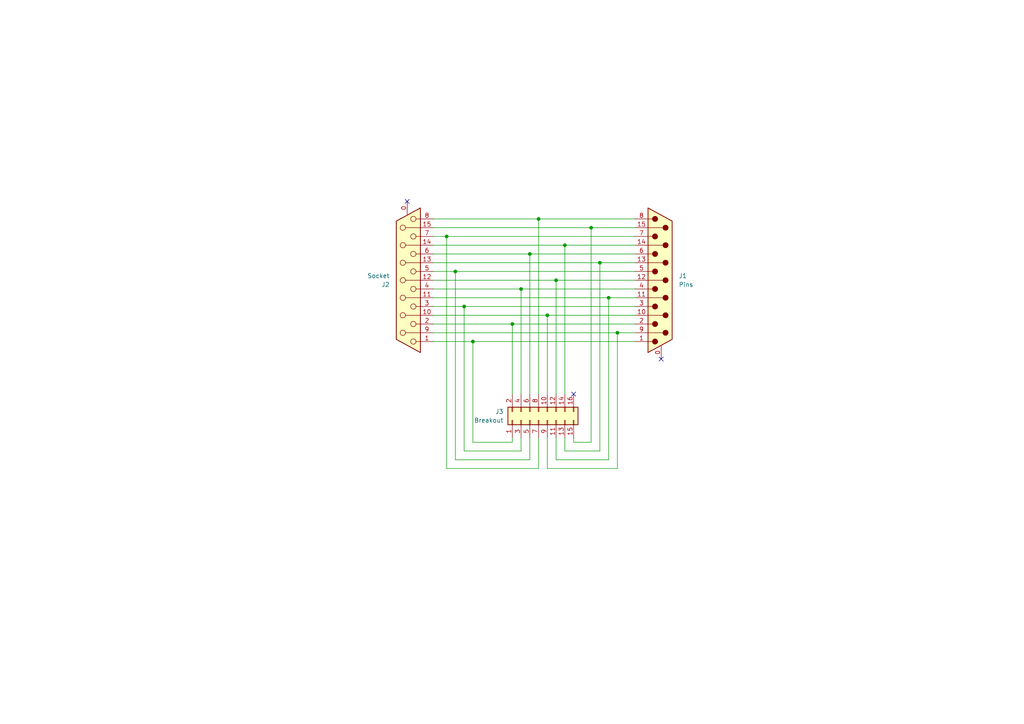
<source format=kicad_sch>
(kicad_sch (version 20250114) (generator "eeschema") (generator_version "9.0")
  (paper "A4")
  (lib_symbols
    (symbol "Connector:DA15_Pins_MountingHoles" (pin_names (offset 1.016) (hide yes))
      (property "Reference" "J" (at 0 24.13 0))
      (property "Value" "DA15_Pins_MountingHoles" (at 0 22.225 0))
      (symbol "DA15_Pins_MountingHoles_0_1"
        (polyline (pts (xy -3.81 17.78) (xy -2.54 17.78)))
        (polyline (pts (xy -3.81 15.24) (xy 0.508 15.24)))
        (polyline (pts (xy -3.81 12.7) (xy -2.54 12.7)))
        (polyline (pts (xy -3.81 10.16) (xy 0.508 10.16)))
        (polyline (pts (xy -3.81 7.62) (xy -2.54 7.62)))
        (polyline (pts (xy -3.81 5.08) (xy 0.508 5.08)))
        (polyline (pts (xy -3.81 2.54) (xy -2.54 2.54)))
        (polyline (pts (xy -3.81 0) (xy 0.508 0)))
        (polyline (pts (xy -3.81 -2.54) (xy -2.54 -2.54)))
        (polyline (pts (xy -3.81 -5.08) (xy 0.508 -5.08)))
        (polyline (pts (xy -3.81 -7.62) (xy -2.54 -7.62)))
        (polyline (pts (xy -3.81 -10.16) (xy 0.508 -10.16)))
        (polyline (pts (xy -3.81 -12.7) (xy -2.54 -12.7)))
        (polyline (pts (xy -3.81 -15.24) (xy 0.508 -15.24)))
        (polyline (pts (xy -3.81 -17.78) (xy -2.54 -17.78)))
        (polyline (pts (xy -3.81 -20.955) (xy 3.175 -17.145) (xy 3.175 17.145) (xy -3.81 20.955) (xy -3.81 -20.955)) (stroke (width 0.254)) (fill (type background)))
        (circle (center -1.778 17.78) (radius 0.762) (fill (type outline)))
        (circle (center -1.778 12.7) (radius 0.762) (fill (type outline)))
        (circle (center -1.778 7.62) (radius 0.762) (fill (type outline)))
        (circle (center -1.778 2.54) (radius 0.762) (fill (type outline)))
        (circle (center -1.778 -2.54) (radius 0.762) (fill (type outline)))
        (circle (center -1.778 -7.62) (radius 0.762) (fill (type outline)))
        (circle (center -1.778 -12.7) (radius 0.762) (fill (type outline)))
        (circle (center -1.778 -17.78) (radius 0.762) (fill (type outline)))
        (circle (center 1.27 15.24) (radius 0.762) (fill (type outline)))
        (circle (center 1.27 10.16) (radius 0.762) (fill (type outline)))
        (circle (center 1.27 5.08) (radius 0.762) (fill (type outline)))
        (circle (center 1.27 0) (radius 0.762) (fill (type outline)))
        (circle (center 1.27 -5.08) (radius 0.762) (fill (type outline)))
        (circle (center 1.27 -10.16) (radius 0.762) (fill (type outline)))
        (circle (center 1.27 -15.24) (radius 0.762) (fill (type outline)))
      )
      (symbol "DA15_Pins_MountingHoles_1_1"
        (pin passive line (at -7.62 17.78 0) (length 3.81) (name "8") (number "8"))
        (pin passive line (at -7.62 15.24 0) (length 3.81) (name "P15") (number "15"))
        (pin passive line (at -7.62 12.7 0) (length 3.81) (name "7") (number "7"))
        (pin passive line (at -7.62 10.16 0) (length 3.81) (name "P14") (number "14"))
        (pin passive line (at -7.62 7.62 0) (length 3.81) (name "6") (number "6"))
        (pin passive line (at -7.62 5.08 0) (length 3.81) (name "P13") (number "13"))
        (pin passive line (at -7.62 2.54 0) (length 3.81) (name "5") (number "5"))
        (pin passive line (at -7.62 0 0) (length 3.81) (name "P12") (number "12"))
        (pin passive line (at -7.62 -2.54 0) (length 3.81) (name "4") (number "4"))
        (pin passive line (at -7.62 -5.08 0) (length 3.81) (name "P111") (number "11"))
        (pin passive line (at -7.62 -7.62 0) (length 3.81) (name "3") (number "3"))
        (pin passive line (at -7.62 -10.16 0) (length 3.81) (name "P10") (number "10"))
        (pin passive line (at -7.62 -12.7 0) (length 3.81) (name "2") (number "2"))
        (pin passive line (at -7.62 -15.24 0) (length 3.81) (name "P9") (number "9"))
        (pin passive line (at -7.62 -17.78 0) (length 3.81) (name "1") (number "1"))
        (pin passive line (at 0 -22.86 90) (length 3.81) (name "PAD") (number "0"))
      )
    )
    (symbol "Connector:DA15_Socket_MountingHoles" (pin_names (offset 1.016) (hide yes))
      (property "Reference" "J" (at 0 24.13 0))
      (property "Value" "DA15_Socket_MountingHoles" (at 0 22.225 0))
      (symbol "DA15_Socket_MountingHoles_0_1"
        (polyline (pts (xy -3.81 20.955) (xy 3.175 17.145) (xy 3.175 -17.145) (xy -3.81 -20.955) (xy -3.81 20.955)) (stroke (width 0.254)) (fill (type background)))
        (polyline (pts (xy -3.81 17.78) (xy -2.54 17.78)))
        (polyline (pts (xy -3.81 15.24) (xy 0.508 15.24)))
        (polyline (pts (xy -3.81 12.7) (xy -2.54 12.7)))
        (polyline (pts (xy -3.81 10.16) (xy 0.508 10.16)))
        (polyline (pts (xy -3.81 7.62) (xy -2.54 7.62)))
        (polyline (pts (xy -3.81 5.08) (xy 0.508 5.08)))
        (polyline (pts (xy -3.81 2.54) (xy -2.54 2.54)))
        (polyline (pts (xy -3.81 0) (xy 0.508 0)))
        (polyline (pts (xy -3.81 -2.54) (xy -2.54 -2.54)))
        (polyline (pts (xy -3.81 -5.08) (xy 0.508 -5.08)))
        (polyline (pts (xy -3.81 -7.62) (xy -2.54 -7.62)))
        (polyline (pts (xy -3.81 -10.16) (xy 0.508 -10.16)))
        (polyline (pts (xy -3.81 -12.7) (xy -2.54 -12.7)))
        (polyline (pts (xy -3.81 -15.24) (xy 0.508 -15.24)))
        (polyline (pts (xy -3.81 -17.78) (xy -2.54 -17.78)))
        (circle (center -1.778 17.78) (radius 0.762))
        (circle (center -1.778 12.7) (radius 0.762))
        (circle (center -1.778 7.62) (radius 0.762))
        (circle (center -1.778 2.54) (radius 0.762))
        (circle (center -1.778 -2.54) (radius 0.762))
        (circle (center -1.778 -7.62) (radius 0.762))
        (circle (center -1.778 -12.7) (radius 0.762))
        (circle (center -1.778 -17.78) (radius 0.762))
        (circle (center 1.27 15.24) (radius 0.762))
        (circle (center 1.27 10.16) (radius 0.762))
        (circle (center 1.27 5.08) (radius 0.762))
        (circle (center 1.27 0) (radius 0.762))
        (circle (center 1.27 -5.08) (radius 0.762))
        (circle (center 1.27 -10.16) (radius 0.762))
        (circle (center 1.27 -15.24) (radius 0.762))
      )
      (symbol "DA15_Socket_MountingHoles_1_1"
        (pin passive line (at -7.62 17.78 0) (length 3.81) (name "1") (number "1"))
        (pin passive line (at -7.62 15.24 0) (length 3.81) (name "P9") (number "9"))
        (pin passive line (at -7.62 12.7 0) (length 3.81) (name "2") (number "2"))
        (pin passive line (at -7.62 10.16 0) (length 3.81) (name "P10") (number "10"))
        (pin passive line (at -7.62 7.62 0) (length 3.81) (name "3") (number "3"))
        (pin passive line (at -7.62 5.08 0) (length 3.81) (name "P111") (number "11"))
        (pin passive line (at -7.62 2.54 0) (length 3.81) (name "4") (number "4"))
        (pin passive line (at -7.62 0 0) (length 3.81) (name "P12") (number "12"))
        (pin passive line (at -7.62 -2.54 0) (length 3.81) (name "5") (number "5"))
        (pin passive line (at -7.62 -5.08 0) (length 3.81) (name "P13") (number "13"))
        (pin passive line (at -7.62 -7.62 0) (length 3.81) (name "6") (number "6"))
        (pin passive line (at -7.62 -10.16 0) (length 3.81) (name "P14") (number "14"))
        (pin passive line (at -7.62 -12.7 0) (length 3.81) (name "7") (number "7"))
        (pin passive line (at -7.62 -15.24 0) (length 3.81) (name "P15") (number "15"))
        (pin passive line (at -7.62 -17.78 0) (length 3.81) (name "8") (number "8"))
        (pin passive line (at 0 -22.86 90) (length 3.81) (name "PAD") (number "0"))
      )
    )
    (symbol "Connector_Generic:Conn_02x08_Odd_Even" (pin_names (offset 1.016) (hide yes))
      (property "Reference" "J" (at 1.27 10.16 0))
      (property "Value" "Conn_02x08_Odd_Even" (at 1.27 -12.7 0))
      (symbol "Conn_02x08_Odd_Even_1_1"
        (rectangle (start -1.27 8.89) (end 3.81 -11.43) (stroke (width 0.254)) (fill (type background)))
        (rectangle (start -1.27 7.747) (end 0 7.493) (stroke (width 0.1524)))
        (rectangle (start -1.27 5.207) (end 0 4.953) (stroke (width 0.1524)))
        (rectangle (start -1.27 2.667) (end 0 2.413) (stroke (width 0.1524)))
        (rectangle (start -1.27 0.127) (end 0 -0.127) (stroke (width 0.1524)))
        (rectangle (start -1.27 -2.413) (end 0 -2.667) (stroke (width 0.1524)))
        (rectangle (start -1.27 -4.953) (end 0 -5.207) (stroke (width 0.1524)))
        (rectangle (start -1.27 -7.493) (end 0 -7.747) (stroke (width 0.1524)))
        (rectangle (start -1.27 -10.033) (end 0 -10.287) (stroke (width 0.1524)))
        (rectangle (start 3.81 7.747) (end 2.54 7.493) (stroke (width 0.1524)))
        (rectangle (start 3.81 5.207) (end 2.54 4.953) (stroke (width 0.1524)))
        (rectangle (start 3.81 2.667) (end 2.54 2.413) (stroke (width 0.1524)))
        (rectangle (start 3.81 0.127) (end 2.54 -0.127) (stroke (width 0.1524)))
        (rectangle (start 3.81 -2.413) (end 2.54 -2.667) (stroke (width 0.1524)))
        (rectangle (start 3.81 -4.953) (end 2.54 -5.207) (stroke (width 0.1524)))
        (rectangle (start 3.81 -7.493) (end 2.54 -7.747) (stroke (width 0.1524)))
        (rectangle (start 3.81 -10.033) (end 2.54 -10.287) (stroke (width 0.1524)))
        (pin passive line (at -5.08 7.62 0) (length 3.81) (name "Pin_1") (number "1"))
        (pin passive line (at -5.08 5.08 0) (length 3.81) (name "Pin_3") (number "3"))
        (pin passive line (at -5.08 2.54 0) (length 3.81) (name "Pin_5") (number "5"))
        (pin passive line (at -5.08 0 0) (length 3.81) (name "Pin_7") (number "7"))
        (pin passive line (at -5.08 -2.54 0) (length 3.81) (name "Pin_9") (number "9"))
        (pin passive line (at -5.08 -5.08 0) (length 3.81) (name "Pin_11") (number "11"))
        (pin passive line (at -5.08 -7.62 0) (length 3.81) (name "Pin_13") (number "13"))
        (pin passive line (at -5.08 -10.16 0) (length 3.81) (name "Pin_15") (number "15"))
        (pin passive line (at 7.62 7.62 180) (length 3.81) (name "Pin_2") (number "2"))
        (pin passive line (at 7.62 5.08 180) (length 3.81) (name "Pin_4") (number "4"))
        (pin passive line (at 7.62 2.54 180) (length 3.81) (name "Pin_6") (number "6"))
        (pin passive line (at 7.62 0 180) (length 3.81) (name "Pin_8") (number "8"))
        (pin passive line (at 7.62 -2.54 180) (length 3.81) (name "Pin_10") (number "10"))
        (pin passive line (at 7.62 -5.08 180) (length 3.81) (name "Pin_12") (number "12"))
        (pin passive line (at 7.62 -7.62 180) (length 3.81) (name "Pin_14") (number "14"))
        (pin passive line (at 7.62 -10.16 180) (length 3.81) (name "Pin_16") (number "16"))
      )
    )
  )
  (junction (at 148.59 93.98))
  (junction (at 179.07 96.52))
  (junction (at 132.08 78.74))
  (junction (at 163.83 71.12))
  (junction (at 134.62 88.9))
  (junction (at 173.99 76.2))
  (junction (at 153.67 73.66))
  (junction (at 137.16 99.06))
  (junction (at 161.29 81.28))
  (junction (at 171.45 66.04))
  (junction (at 156.21 63.5))
  (junction (at 158.75 91.44))
  (junction (at 176.53 86.36))
  (junction (at 129.54 68.58))
  (junction (at 151.13 83.82))
  (no_connect (at 118.11 58.42))
  (no_connect (at 166.37 114.3))
  (no_connect (at 191.77 104.14))
  (wire (pts (xy 151.13 130.81) (xy 134.62 130.81)))
  (wire (pts (xy 125.73 86.36) (xy 176.53 86.36)))
  (wire (pts (xy 137.16 99.06) (xy 184.15 99.06)))
  (wire (pts (xy 153.67 127) (xy 153.67 133.35)))
  (wire (pts (xy 158.75 91.44) (xy 158.75 114.3)))
  (wire (pts (xy 125.73 83.82) (xy 151.13 83.82)))
  (wire (pts (xy 163.83 71.12) (xy 163.83 114.3)))
  (wire (pts (xy 163.83 130.81) (xy 163.83 127)))
  (wire (pts (xy 137.16 128.27) (xy 137.16 99.06)))
  (wire (pts (xy 132.08 78.74) (xy 184.15 78.74)))
  (wire (pts (xy 156.21 127) (xy 156.21 135.89)))
  (wire (pts (xy 151.13 83.82) (xy 151.13 114.3)))
  (wire (pts (xy 151.13 127) (xy 151.13 130.81)))
  (wire (pts (xy 125.73 99.06) (xy 137.16 99.06)))
  (wire (pts (xy 163.83 130.81) (xy 173.99 130.81)))
  (wire (pts (xy 148.59 127) (xy 148.59 128.27)))
  (wire (pts (xy 153.67 133.35) (xy 132.08 133.35)))
  (wire (pts (xy 161.29 81.28) (xy 161.29 114.3)))
  (wire (pts (xy 129.54 135.89) (xy 156.21 135.89)))
  (wire (pts (xy 161.29 133.35) (xy 176.53 133.35)))
  (wire (pts (xy 173.99 76.2) (xy 173.99 130.81)))
  (wire (pts (xy 166.37 127) (xy 166.37 128.27)))
  (wire (pts (xy 125.73 68.58) (xy 129.54 68.58)))
  (wire (pts (xy 153.67 73.66) (xy 184.15 73.66)))
  (wire (pts (xy 125.73 66.04) (xy 171.45 66.04)))
  (wire (pts (xy 151.13 83.82) (xy 184.15 83.82)))
  (wire (pts (xy 125.73 71.12) (xy 163.83 71.12)))
  (wire (pts (xy 179.07 96.52) (xy 184.15 96.52)))
  (wire (pts (xy 125.73 93.98) (xy 148.59 93.98)))
  (wire (pts (xy 179.07 135.89) (xy 179.07 96.52)))
  (wire (pts (xy 125.73 91.44) (xy 158.75 91.44)))
  (wire (pts (xy 158.75 135.89) (xy 179.07 135.89)))
  (wire (pts (xy 171.45 66.04) (xy 184.15 66.04)))
  (wire (pts (xy 125.73 78.74) (xy 132.08 78.74)))
  (wire (pts (xy 125.73 81.28) (xy 161.29 81.28)))
  (wire (pts (xy 153.67 73.66) (xy 153.67 114.3)))
  (wire (pts (xy 129.54 135.89) (xy 129.54 68.58)))
  (wire (pts (xy 173.99 76.2) (xy 184.15 76.2)))
  (wire (pts (xy 163.83 71.12) (xy 184.15 71.12)))
  (wire (pts (xy 158.75 127) (xy 158.75 135.89)))
  (wire (pts (xy 148.59 93.98) (xy 148.59 114.3)))
  (wire (pts (xy 125.73 88.9) (xy 134.62 88.9)))
  (wire (pts (xy 161.29 81.28) (xy 184.15 81.28)))
  (wire (pts (xy 166.37 128.27) (xy 171.45 128.27)))
  (wire (pts (xy 148.59 93.98) (xy 184.15 93.98)))
  (wire (pts (xy 148.59 128.27) (xy 137.16 128.27)))
  (wire (pts (xy 156.21 63.5) (xy 184.15 63.5)))
  (wire (pts (xy 132.08 133.35) (xy 132.08 78.74)))
  (wire (pts (xy 129.54 68.58) (xy 184.15 68.58)))
  (wire (pts (xy 176.53 86.36) (xy 184.15 86.36)))
  (wire (pts (xy 134.62 130.81) (xy 134.62 88.9)))
  (wire (pts (xy 134.62 88.9) (xy 184.15 88.9)))
  (wire (pts (xy 158.75 91.44) (xy 184.15 91.44)))
  (wire (pts (xy 176.53 86.36) (xy 176.53 133.35)))
  (wire (pts (xy 156.21 63.5) (xy 156.21 114.3)))
  (wire (pts (xy 125.73 73.66) (xy 153.67 73.66)))
  (wire (pts (xy 161.29 127) (xy 161.29 133.35)))
  (wire (pts (xy 125.73 76.2) (xy 173.99 76.2)))
  (wire (pts (xy 171.45 128.27) (xy 171.45 66.04)))
  (wire (pts (xy 125.73 96.52) (xy 179.07 96.52)))
  (wire (pts (xy 125.73 63.5) (xy 156.21 63.5)))
  (symbol (lib_id "Connector:DA15_Pins_MountingHoles") (at 191.77 81.28 0) (unit 1)
    (property "Reference" "J1" (at 196.85 80.0099 0) (effects (justify left)))
    (property "Value" "Pins" (at 196.85 82.5499 0) (effects (justify left)))
    (property "Footprint" "Connector_Dsub:DSUB-15_Pins_Horizontal_P2.77x2.84mm_EdgePinOffset7.70mm_Housed_MountingHolesOffset9.12mm" (effects (hide yes)))
    (property "Description" "15-pin D-SUB connector, pins (male) (low-density/2 columns), Mounting Hole" (effects (hide yes)))
  )
  (symbol (lib_id "Connector:DA15_Socket_MountingHoles") (at 118.11 81.28 180) (unit 1)
    (property "Reference" "J2" (at 113.03 82.5501 0) (effects (justify left)))
    (property "Value" "Socket" (at 113.03 80.0101 0) (effects (justify left)))
    (property "Footprint" "Connector_Dsub:DSUB-15_Socket_Horizontal_P2.77x2.84mm_EdgePinOffset7.70mm_Housed_MountingHolesOffset9.12mm" (effects (hide yes)))
    (property "Description" "15-pin D-SUB connector, socket (female) (low-density/2 columns), Mounting Hole" (effects (hide yes)))
  )
  (symbol (lib_id "Connector_Generic:Conn_02x08_Odd_Even") (at 156.21 121.92 90) (unit 1)
    (property "Reference" "J3" (at 146.05 119.3799 90) (effects (justify left)))
    (property "Value" "Breakout" (at 146.05 121.9199 90) (effects (justify left)))
    (property "Footprint" "Connector_PinHeader_2.54mm:PinHeader_2x08_P2.54mm_Vertical" (effects (hide yes)))
    (property "Description" "Generic connector, double row, 02x08, odd/even pin numbering scheme (row 1 odd numbers, row 2 even numbers), script generated (kicad-library-utils/schlib/autogen/connector/)" (effects (hide yes)))
  )
)
</source>
